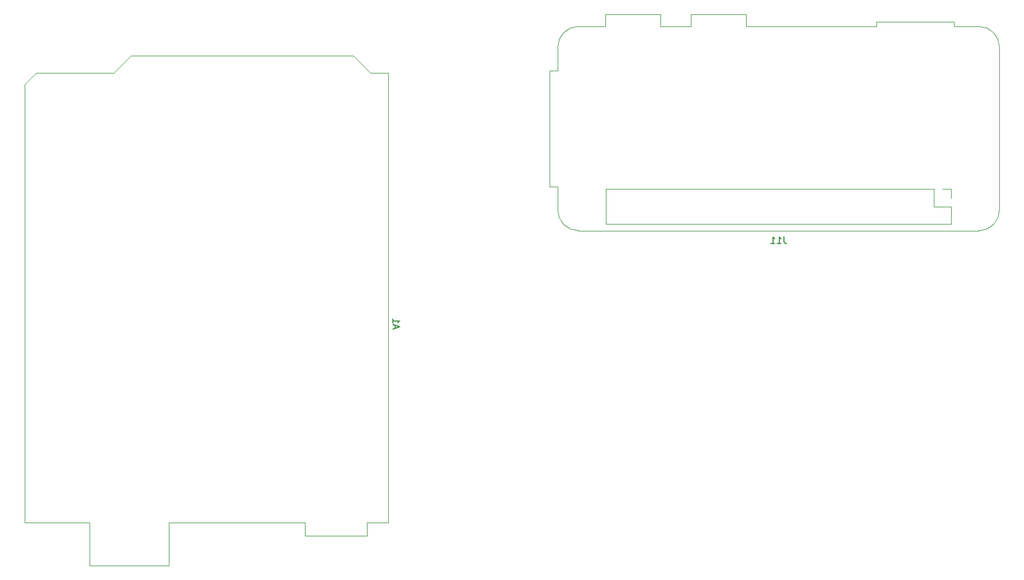
<source format=gbo>
G04 #@! TF.GenerationSoftware,KiCad,Pcbnew,(5.1.2)-2*
G04 #@! TF.CreationDate,2019-06-10T17:10:01+02:00*
G04 #@! TF.ProjectId,GB2,4742322e-6b69-4636-9164-5f7063625858,rev?*
G04 #@! TF.SameCoordinates,Original*
G04 #@! TF.FileFunction,Legend,Bot*
G04 #@! TF.FilePolarity,Positive*
%FSLAX46Y46*%
G04 Gerber Fmt 4.6, Leading zero omitted, Abs format (unit mm)*
G04 Created by KiCad (PCBNEW (5.1.2)-2) date 2019-06-10 17:10:01*
%MOMM*%
%LPD*%
G04 APERTURE LIST*
%ADD10C,0.120000*%
%ADD11C,0.150000*%
G04 APERTURE END LIST*
D10*
X69338000Y-53718000D02*
X71878000Y-51178000D01*
X57908000Y-53718000D02*
X69338000Y-53718000D01*
X56258000Y-55368000D02*
X57908000Y-53718000D01*
X56258000Y-120018000D02*
X56258000Y-55368000D01*
X65788000Y-120018000D02*
X56258000Y-120018000D01*
X65788000Y-126368000D02*
X65788000Y-120018000D01*
X77468000Y-126368000D02*
X65788000Y-126368000D01*
X77468000Y-120018000D02*
X77468000Y-126368000D01*
X97538000Y-120018000D02*
X77468000Y-120018000D01*
X97538000Y-121918000D02*
X97538000Y-120018000D01*
X106678000Y-121918000D02*
X97538000Y-121918000D01*
X106678000Y-120018000D02*
X106678000Y-121918000D01*
X109858000Y-120018000D02*
X106678000Y-120018000D01*
X109858000Y-53718000D02*
X109858000Y-120018000D01*
X107188000Y-53718000D02*
X109858000Y-53718000D01*
X104648000Y-51178000D02*
X107188000Y-53718000D01*
X71878000Y-51178000D02*
X104648000Y-51178000D01*
X193196000Y-46846000D02*
X196886000Y-46846000D01*
X193196000Y-46146000D02*
X193196000Y-46846000D01*
X181776000Y-46146000D02*
X193196000Y-46146000D01*
X181776000Y-46846000D02*
X181776000Y-46146000D01*
X162546000Y-46846000D02*
X181776000Y-46846000D01*
X149946000Y-46846000D02*
X154426000Y-46846000D01*
X154426000Y-45046000D02*
X162546000Y-45046000D01*
X162546000Y-45046000D02*
X162546000Y-46846000D01*
X154426000Y-46846000D02*
X154426000Y-45046000D01*
X149946000Y-45046000D02*
X149946000Y-46846000D01*
X141826000Y-45046000D02*
X149946000Y-45046000D01*
X141826000Y-46846000D02*
X141826000Y-45046000D01*
X134826000Y-70466000D02*
X134826000Y-73906000D01*
X133626000Y-53346000D02*
X134826000Y-53346000D01*
X133626000Y-70466000D02*
X133626000Y-53346000D01*
X134826000Y-70466000D02*
X133626000Y-70466000D01*
X192846000Y-76006000D02*
X141926000Y-76006000D01*
X192846000Y-76006000D02*
X192846000Y-73406000D01*
X192846000Y-73406000D02*
X190246000Y-73406000D01*
X190246000Y-73406000D02*
X190246000Y-70806000D01*
X192846000Y-72136000D02*
X192846000Y-70806000D01*
X192846000Y-70806000D02*
X191516000Y-70806000D01*
X190246000Y-70806000D02*
X141926000Y-70806000D01*
X141926000Y-76006000D02*
X141926000Y-70806000D01*
X134826000Y-49906000D02*
G75*
G02X137886000Y-46846000I3060000J0D01*
G01*
X134826000Y-53346000D02*
X134826000Y-49906000D01*
X137886000Y-46846000D02*
X141826000Y-46846000D01*
X199946000Y-73906000D02*
X199946000Y-49906000D01*
X137886000Y-76966000D02*
X196886000Y-76966000D01*
X137886000Y-76966000D02*
G75*
G02X134826000Y-73906000I0J3060000D01*
G01*
X199946000Y-73906000D02*
G75*
G02X196886000Y-76966000I-3060000J0D01*
G01*
X196886000Y-46846000D02*
G75*
G02X199946000Y-49906000I0J-3060000D01*
G01*
D11*
X110831333Y-91392285D02*
X110831333Y-90916095D01*
X110545619Y-91487523D02*
X111545619Y-91154190D01*
X110545619Y-90820857D01*
X110545619Y-89963714D02*
X110545619Y-90535142D01*
X110545619Y-90249428D02*
X111545619Y-90249428D01*
X111402761Y-90344666D01*
X111307523Y-90439904D01*
X111259904Y-90535142D01*
X168195523Y-77858380D02*
X168195523Y-78572666D01*
X168243142Y-78715523D01*
X168338380Y-78810761D01*
X168481238Y-78858380D01*
X168576476Y-78858380D01*
X167195523Y-78858380D02*
X167766952Y-78858380D01*
X167481238Y-78858380D02*
X167481238Y-77858380D01*
X167576476Y-78001238D01*
X167671714Y-78096476D01*
X167766952Y-78144095D01*
X166243142Y-78858380D02*
X166814571Y-78858380D01*
X166528857Y-78858380D02*
X166528857Y-77858380D01*
X166624095Y-78001238D01*
X166719333Y-78096476D01*
X166814571Y-78144095D01*
M02*

</source>
